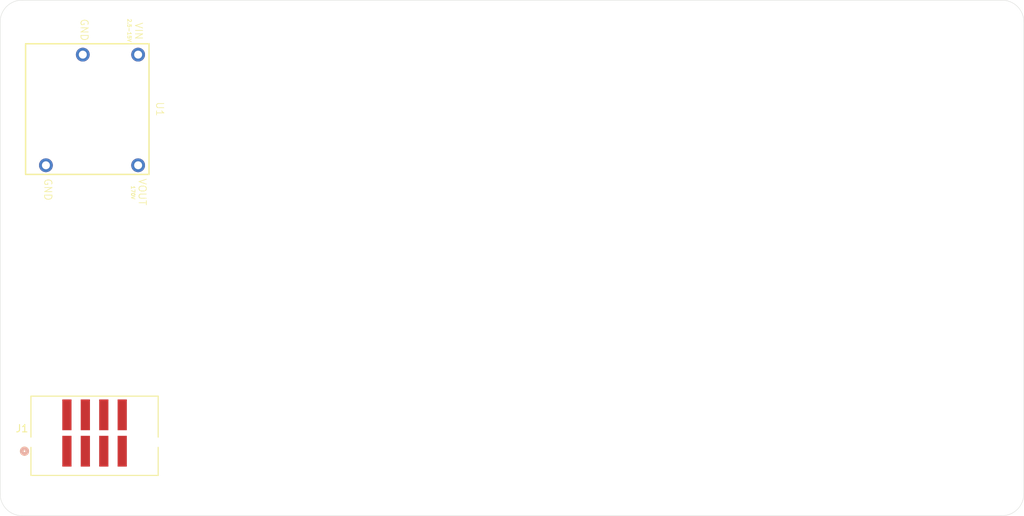
<source format=kicad_pcb>
(kicad_pcb (version 20241229) (generator "pcbnew") (generator_version "9.0")
  (layers (0 "F.Cu" signal) (2 "B.Cu" signal) (13 "F.Paste" user) (15 "B.Paste" user) (5 "F.SilkS" user "F.Silkscreen") (7 "B.SilkS" user "B.Silkscreen") (1 "F.Mask" user) (3 "B.Mask" user) (25 "Edge.Cuts" user))
  (net 0 "")
  (footprint "zentripetal-power:NCH8200HV" (layer "F.Cu") (at 85 59 -90)
    (property "Reference" "U1" (at 0 -10 270) (layer "F.SilkS") (effects (font (thickness 0.1))))
    (property "Value" "~" (hide yes))
    (fp_rect (start -9 -8.5) (end 9 8.5) (stroke (width 0.2)) (fill no) (layer "F.SilkS"))
    (fp_text user "VIN" (at -12 -6.5 270) (layer "F.SilkS") (effects (font (thickness 0.1)) (justify left bottom)))
    (fp_text user "VOUT" (at 9.5 -7 270) (layer "F.SilkS") (effects (font (thickness 0.1)) (justify left bottom)))
    (fp_text user "2.5-15V" (at -12.5 -5.5 270) (layer "F.SilkS") (effects (font (size 0.5 0.5) (thickness 0.1)) (justify left bottom)))
    (fp_text user "170V" (at 10.5 -6 270) (layer "F.SilkS") (effects (font (size 0.5 0.5) (thickness 0.1)) (justify left bottom)))
    (fp_text user "GND" (at 9.5 6 270) (layer "F.SilkS") (effects (font (thickness 0.1)) (justify left bottom)))
    (fp_text user "GND" (at -12.5 1 270) (layer "F.SilkS") (effects (font (thickness 0.1)) (justify left bottom)))
    (pad "1" thru_hole circle (at -7.5 -7 270) (size 1.905 1.905) (drill 1.1) (layers "*.Cu" "*.Mask"))
    (pad "2" thru_hole circle (at -7.5 0.62 270) (size 1.905 1.905) (drill 1.1) (layers "*.Cu" "*.Mask"))
    (pad "3" thru_hole circle (at 7.74 -7 270) (size 1.905 1.905) (drill 1.1) (layers "*.Cu" "*.Mask"))
    (pad "4" thru_hole circle (at 7.74 5.7 270) (size 1.905 1.905) (drill 1.1) (layers "*.Cu" "*.Mask"))
  )
  (footprint "zentripetal-connectors:CONN08_713492036_MOL" (layer "F.Cu") (at 86 104)
    (property "Reference" "J1" (at -10 -1 0) (layer "F.SilkS"))
    (property "Value" "713492036" (hide yes))
    (fp_line (start -8.763 -5.461) (end -8.763 0.186363) (stroke (width 0.1524)) (layer "F.SilkS"))
    (fp_line (start -8.763 1.591637) (end -8.763 5.461) (stroke (width 0.1524)) (layer "F.SilkS"))
    (fp_line (start -8.763 5.461) (end 8.763 5.461) (stroke (width 0.1524)) (layer "F.SilkS"))
    (fp_line (start 8.763 -5.461) (end -8.763 -5.461) (stroke (width 0.1524)) (layer "F.SilkS"))
    (fp_line (start 8.763 0.186363) (end 8.763 -5.461) (stroke (width 0.1524)) (layer "F.SilkS"))
    (fp_line (start 8.763 5.461) (end 8.763 1.591637) (stroke (width 0.1524)) (layer "F.SilkS"))
    (fp_circle (center -9.652 2.124) (end -9.271 2.124) (stroke (width 0.508)) (fill no) (layer "F.SilkS"))
    (fp_circle (center -9.652 2.124) (end -9.271 2.124) (stroke (width 0.508)) (fill no) (layer "B.SilkS"))
    (pad "" np_thru_hole circle (at -7.365002 0.889) (size 2.4638 2.4638) (drill 2.4638) (layers "*.Cu" "*.Mask"))
    (pad "" np_thru_hole circle (at 7.365002 0.889) (size 2.4638 2.4638) (drill 2.4638) (layers "*.Cu" "*.Mask"))
    (pad "1" smd rect (at -3.81 2.123999) (size 1.27 4.2418) (layers "F.Cu" "F.Mask" "F.Paste"))
    (pad "2" smd rect (at -3.81 -2.885999) (size 1.27 4.2418) (layers "F.Cu" "F.Mask" "F.Paste"))
    (pad "3" smd rect (at -1.27 2.123999) (size 1.27 4.2418) (layers "F.Cu" "F.Mask" "F.Paste"))
    (pad "4" smd rect (at -1.27 -2.885999) (size 1.27 4.2418) (layers "F.Cu" "F.Mask" "F.Paste"))
    (pad "5" smd rect (at 1.27 2.123999) (size 1.27 4.2418) (layers "F.Cu" "F.Mask" "F.Paste"))
    (pad "6" smd rect (at 1.27 -2.885999) (size 1.27 4.2418) (layers "F.Cu" "F.Mask" "F.Paste"))
    (pad "7" smd rect (at 3.81 2.123999) (size 1.27 4.2418) (layers "F.Cu" "F.Mask" "F.Paste"))
    (pad "8" smd rect (at 3.81 -2.885999) (size 1.27 4.2418) (layers "F.Cu" "F.Mask" "F.Paste"))
  )
  (gr_arc (start 214 112) (mid 213.12132 114.12132) (end 211 115) (stroke (width 0.05)) (layer "Edge.Cuts"))
  (gr_arc (start 76 115) (mid 73.87868 114.12132) (end 73 112) (stroke (width 0.05)) (layer "Edge.Cuts"))
  (gr_line (start 73 112) (end 73 47) (stroke (width 0.05)) (layer "Edge.Cuts"))
  (gr_arc (start 73 47) (mid 73.87868 44.87868) (end 76 44) (stroke (width 0.05)) (layer "Edge.Cuts"))
  (gr_line (start 76 44) (end 211 44) (stroke (width 0.05)) (layer "Edge.Cuts"))
  (gr_arc (start 211 44) (mid 213.12132 44.87868) (end 214 47) (stroke (width 0.05)) (layer "Edge.Cuts"))
  (gr_line (start 214 47) (end 214 112) (stroke (width 0.05)) (layer "Edge.Cuts"))
  (gr_line (start 211 115) (end 76 115) (stroke (width 0.05)) (layer "Edge.Cuts"))
)
</source>
